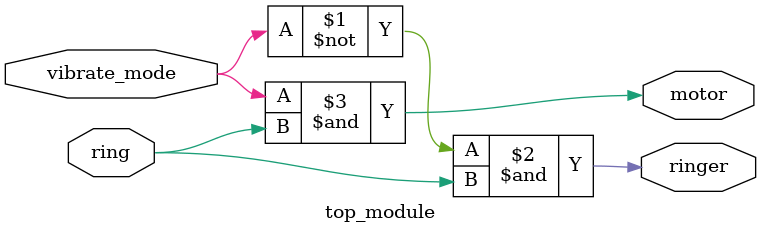
<source format=v>
module top_module(	// file.cleaned.mlir:2:3
  input  ring,	// file.cleaned.mlir:2:28
         vibrate_mode,	// file.cleaned.mlir:2:43
  output ringer,	// file.cleaned.mlir:2:67
         motor	// file.cleaned.mlir:2:84
);

  assign ringer = ~vibrate_mode & ring;	// file.cleaned.mlir:5:10, :6:10, :7:5
  assign motor = vibrate_mode & ring;	// file.cleaned.mlir:4:10, :7:5
endmodule


</source>
